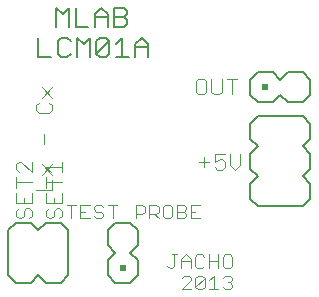
<source format=gbr>
G75*
G70*
%OFA0B0*%
%FSLAX24Y24*%
%IPPOS*%
%LPD*%
%AMOC8*
5,1,8,0,0,1.08239X$1,22.5*
%
%ADD10C,0.0040*%
%ADD11C,0.0060*%
%ADD12R,0.0200X0.0200*%
D10*
X005494Y007193D02*
X005581Y007193D01*
X005667Y007280D01*
X005667Y007453D01*
X005754Y007540D01*
X005841Y007540D01*
X005928Y007453D01*
X005928Y007280D01*
X005841Y007193D01*
X005494Y007193D02*
X005407Y007280D01*
X005407Y007453D01*
X005494Y007540D01*
X005407Y007708D02*
X005928Y007708D01*
X005928Y008055D01*
X006085Y008131D02*
X006606Y008131D01*
X006606Y008478D01*
X006606Y008646D02*
X006259Y008993D01*
X006411Y008913D02*
X006932Y008913D01*
X006932Y008740D02*
X006932Y009087D01*
X006606Y008993D02*
X006259Y008646D01*
X006411Y008571D02*
X006411Y008224D01*
X006411Y008055D02*
X006411Y007708D01*
X006932Y007708D01*
X006932Y008055D01*
X006671Y007882D02*
X006671Y007708D01*
X006758Y007540D02*
X006671Y007453D01*
X006671Y007280D01*
X006585Y007193D01*
X006498Y007193D01*
X006411Y007280D01*
X006411Y007453D01*
X006498Y007540D01*
X006758Y007540D02*
X006845Y007540D01*
X006932Y007453D01*
X006932Y007280D01*
X006845Y007193D01*
X007243Y007193D02*
X007243Y007653D01*
X007090Y007653D02*
X007397Y007653D01*
X007550Y007653D02*
X007550Y007193D01*
X007857Y007193D01*
X008011Y007270D02*
X008087Y007193D01*
X008241Y007193D01*
X008317Y007270D01*
X008317Y007346D01*
X008241Y007423D01*
X008087Y007423D01*
X008011Y007500D01*
X008011Y007576D01*
X008087Y007653D01*
X008241Y007653D01*
X008317Y007576D01*
X008471Y007653D02*
X008778Y007653D01*
X008624Y007653D02*
X008624Y007193D01*
X009392Y007193D02*
X009392Y007653D01*
X009622Y007653D01*
X009699Y007576D01*
X009699Y007423D01*
X009622Y007346D01*
X009392Y007346D01*
X009852Y007346D02*
X010082Y007346D01*
X010159Y007423D01*
X010159Y007576D01*
X010082Y007653D01*
X009852Y007653D01*
X009852Y007193D01*
X010006Y007346D02*
X010159Y007193D01*
X010313Y007270D02*
X010389Y007193D01*
X010543Y007193D01*
X010619Y007270D01*
X010619Y007576D01*
X010543Y007653D01*
X010389Y007653D01*
X010313Y007576D01*
X010313Y007270D01*
X010773Y007193D02*
X010773Y007653D01*
X011003Y007653D01*
X011080Y007576D01*
X011080Y007500D01*
X011003Y007423D01*
X010773Y007423D01*
X011003Y007423D02*
X011080Y007346D01*
X011080Y007270D01*
X011003Y007193D01*
X010773Y007193D01*
X011233Y007193D02*
X011540Y007193D01*
X011387Y007423D02*
X011233Y007423D01*
X011233Y007653D02*
X011233Y007193D01*
X011233Y007653D02*
X011540Y007653D01*
X012110Y008818D02*
X012023Y008905D01*
X012110Y008818D02*
X012283Y008818D01*
X012370Y008905D01*
X012370Y009078D01*
X012283Y009165D01*
X012197Y009165D01*
X012023Y009078D01*
X012023Y009338D01*
X012370Y009338D01*
X012539Y009338D02*
X012539Y008991D01*
X012712Y008818D01*
X012886Y008991D01*
X012886Y009338D01*
X011854Y009078D02*
X011507Y009078D01*
X011681Y008905D02*
X011681Y009252D01*
X011661Y011327D02*
X011748Y011413D01*
X011748Y011760D01*
X011661Y011847D01*
X011488Y011847D01*
X011401Y011760D01*
X011401Y011413D01*
X011488Y011327D01*
X011661Y011327D01*
X011916Y011413D02*
X012003Y011327D01*
X012177Y011327D01*
X012263Y011413D01*
X012263Y011847D01*
X012432Y011847D02*
X012779Y011847D01*
X012606Y011847D02*
X012606Y011327D01*
X011916Y011413D02*
X011916Y011847D01*
X006932Y008398D02*
X006411Y008398D01*
X006585Y008740D02*
X006411Y008913D01*
X005928Y008740D02*
X005581Y009087D01*
X005494Y009087D01*
X005407Y009000D01*
X005407Y008826D01*
X005494Y008740D01*
X005407Y008571D02*
X005407Y008224D01*
X005407Y008055D02*
X005407Y007708D01*
X005667Y007708D02*
X005667Y007882D01*
X005407Y008398D02*
X005928Y008398D01*
X005928Y008740D02*
X005928Y009087D01*
X006346Y009678D02*
X006346Y010024D01*
X006172Y010709D02*
X006519Y010709D01*
X006606Y010796D01*
X006606Y010969D01*
X006519Y011056D01*
X006606Y011224D02*
X006259Y011571D01*
X006259Y011224D02*
X006606Y011571D01*
X006172Y011056D02*
X006085Y010969D01*
X006085Y010796D01*
X006172Y010709D01*
X007550Y007653D02*
X007857Y007653D01*
X007704Y007423D02*
X007550Y007423D01*
X010456Y005616D02*
X010533Y005539D01*
X010609Y005539D01*
X010686Y005616D01*
X010686Y006000D01*
X010609Y006000D02*
X010763Y006000D01*
X010916Y005846D02*
X011070Y006000D01*
X011223Y005846D01*
X011223Y005539D01*
X011377Y005616D02*
X011453Y005539D01*
X011607Y005539D01*
X011684Y005616D01*
X011837Y005539D02*
X011837Y006000D01*
X011684Y005923D02*
X011607Y006000D01*
X011453Y006000D01*
X011377Y005923D01*
X011377Y005616D01*
X011223Y005769D02*
X010916Y005769D01*
X010916Y005846D02*
X010916Y005539D01*
X011005Y005291D02*
X010928Y005214D01*
X011005Y005291D02*
X011159Y005291D01*
X011235Y005214D01*
X011235Y005138D01*
X010928Y004831D01*
X011235Y004831D01*
X011389Y004907D02*
X011696Y005214D01*
X011696Y004907D01*
X011619Y004831D01*
X011465Y004831D01*
X011389Y004907D01*
X011389Y005214D01*
X011465Y005291D01*
X011619Y005291D01*
X011696Y005214D01*
X011849Y005138D02*
X012003Y005291D01*
X012003Y004831D01*
X012156Y004831D02*
X011849Y004831D01*
X012310Y004907D02*
X012386Y004831D01*
X012540Y004831D01*
X012616Y004907D01*
X012616Y004984D01*
X012540Y005061D01*
X012463Y005061D01*
X012540Y005061D02*
X012616Y005138D01*
X012616Y005214D01*
X012540Y005291D01*
X012386Y005291D01*
X012310Y005214D01*
X012374Y005539D02*
X012528Y005539D01*
X012604Y005616D01*
X012604Y005923D01*
X012528Y006000D01*
X012374Y006000D01*
X012297Y005923D01*
X012297Y005616D01*
X012374Y005539D01*
X012144Y005539D02*
X012144Y006000D01*
X012144Y005769D02*
X011837Y005769D01*
D11*
X005406Y005043D02*
X005156Y005293D01*
X005156Y006793D01*
X005406Y007043D01*
X005906Y007043D01*
X006156Y006793D01*
X006406Y007043D01*
X006906Y007043D01*
X007156Y006793D01*
X007156Y005293D01*
X006906Y005043D01*
X006406Y005043D01*
X006156Y005293D01*
X005906Y005043D01*
X005406Y005043D01*
X008467Y005293D02*
X008467Y005793D01*
X008717Y006043D01*
X008467Y006293D01*
X008467Y006793D01*
X008717Y007043D01*
X009217Y007043D01*
X009467Y006793D01*
X009467Y006293D01*
X009217Y006043D01*
X009467Y005793D01*
X009467Y005293D01*
X009217Y005043D01*
X008717Y005043D01*
X008467Y005293D01*
X013219Y007848D02*
X013469Y007598D01*
X014969Y007598D01*
X015219Y007848D01*
X015219Y008348D01*
X014969Y008598D01*
X015219Y008848D01*
X015219Y009348D01*
X014969Y009598D01*
X015219Y009848D01*
X015219Y010348D01*
X014969Y010598D01*
X013469Y010598D01*
X013219Y010348D01*
X013219Y009848D01*
X013469Y009598D01*
X013219Y009348D01*
X013219Y008848D01*
X013469Y008598D01*
X013219Y008348D01*
X013219Y007848D01*
X013469Y011063D02*
X013219Y011313D01*
X013219Y011813D01*
X013469Y012063D01*
X013969Y012063D01*
X014219Y011813D01*
X014469Y012063D01*
X014969Y012063D01*
X015219Y011813D01*
X015219Y011313D01*
X014969Y011063D01*
X014469Y011063D01*
X014219Y011313D01*
X013969Y011063D01*
X013469Y011063D01*
X009805Y012577D02*
X009805Y013004D01*
X009591Y013217D01*
X009378Y013004D01*
X009378Y012577D01*
X009160Y012577D02*
X008733Y012577D01*
X008947Y012577D02*
X008947Y013217D01*
X008733Y013004D01*
X008516Y013111D02*
X008089Y012684D01*
X008195Y012577D01*
X008409Y012577D01*
X008516Y012684D01*
X008516Y013111D01*
X008409Y013217D01*
X008195Y013217D01*
X008089Y013111D01*
X008089Y012684D01*
X007871Y012577D02*
X007871Y013217D01*
X007657Y013004D01*
X007444Y013217D01*
X007444Y012577D01*
X007226Y012684D02*
X007120Y012577D01*
X006906Y012577D01*
X006799Y012684D01*
X006799Y013111D01*
X006906Y013217D01*
X007120Y013217D01*
X007226Y013111D01*
X007172Y013581D02*
X007172Y014221D01*
X006959Y014008D01*
X006745Y014221D01*
X006745Y013581D01*
X007390Y013581D02*
X007817Y013581D01*
X008035Y013581D02*
X008035Y014008D01*
X008248Y014221D01*
X008462Y014008D01*
X008462Y013581D01*
X008679Y013581D02*
X008999Y013581D01*
X009106Y013688D01*
X009106Y013794D01*
X008999Y013901D01*
X008679Y013901D01*
X008462Y013901D02*
X008035Y013901D01*
X008679Y013581D02*
X008679Y014221D01*
X008999Y014221D01*
X009106Y014115D01*
X009106Y014008D01*
X008999Y013901D01*
X009378Y012897D02*
X009805Y012897D01*
X007390Y013581D02*
X007390Y014221D01*
X006155Y013217D02*
X006155Y012577D01*
X006582Y012577D01*
D12*
X013719Y011563D03*
X008967Y005543D03*
M02*

</source>
